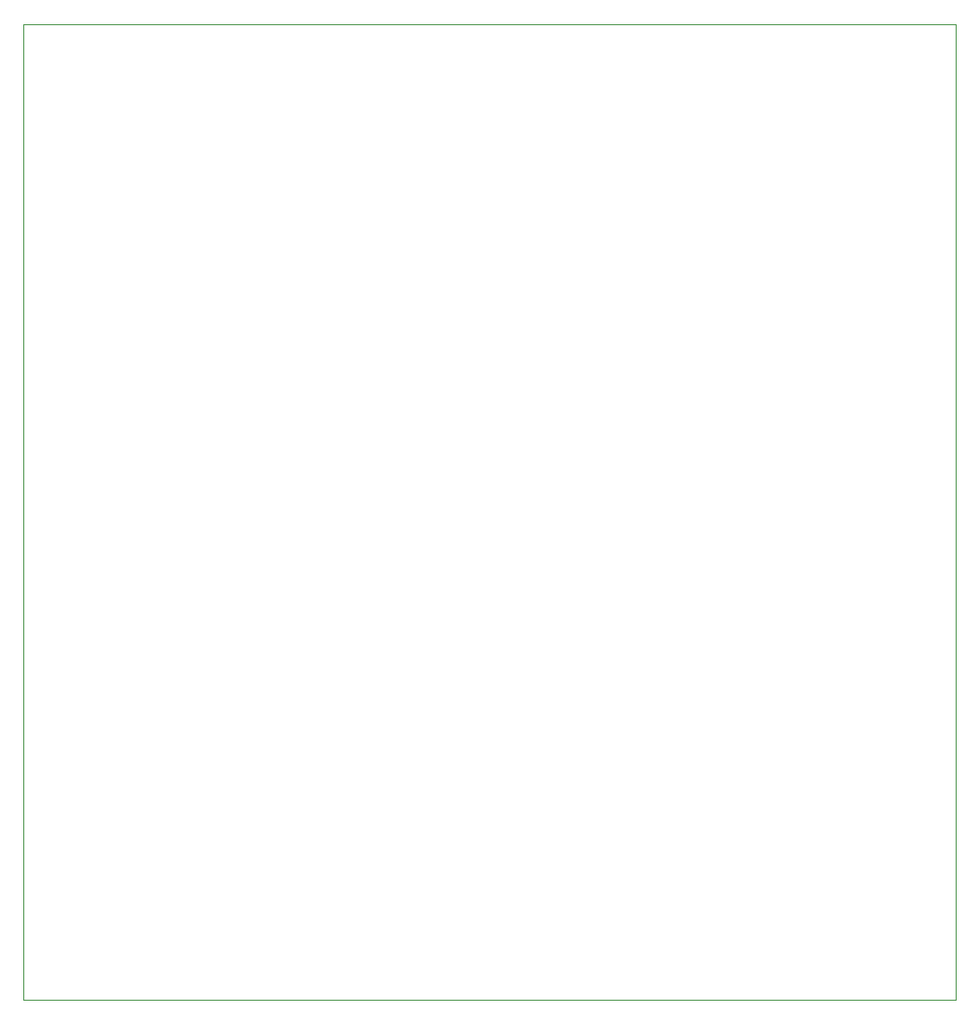
<source format=gbr>
%TF.GenerationSoftware,KiCad,Pcbnew,9.0.2*%
%TF.CreationDate,2025-07-05T22:14:00-05:00*%
%TF.ProjectId,starpad,73746172-7061-4642-9e6b-696361645f70,rev?*%
%TF.SameCoordinates,Original*%
%TF.FileFunction,Profile,NP*%
%FSLAX46Y46*%
G04 Gerber Fmt 4.6, Leading zero omitted, Abs format (unit mm)*
G04 Created by KiCad (PCBNEW 9.0.2) date 2025-07-05 22:14:00*
%MOMM*%
%LPD*%
G01*
G04 APERTURE LIST*
%TA.AperFunction,Profile*%
%ADD10C,0.050000*%
%TD*%
G04 APERTURE END LIST*
D10*
X65570000Y-90080000D02*
X150190000Y-90080000D01*
X150190000Y-178593750D01*
X65570000Y-178593750D01*
X65570000Y-90080000D01*
M02*

</source>
